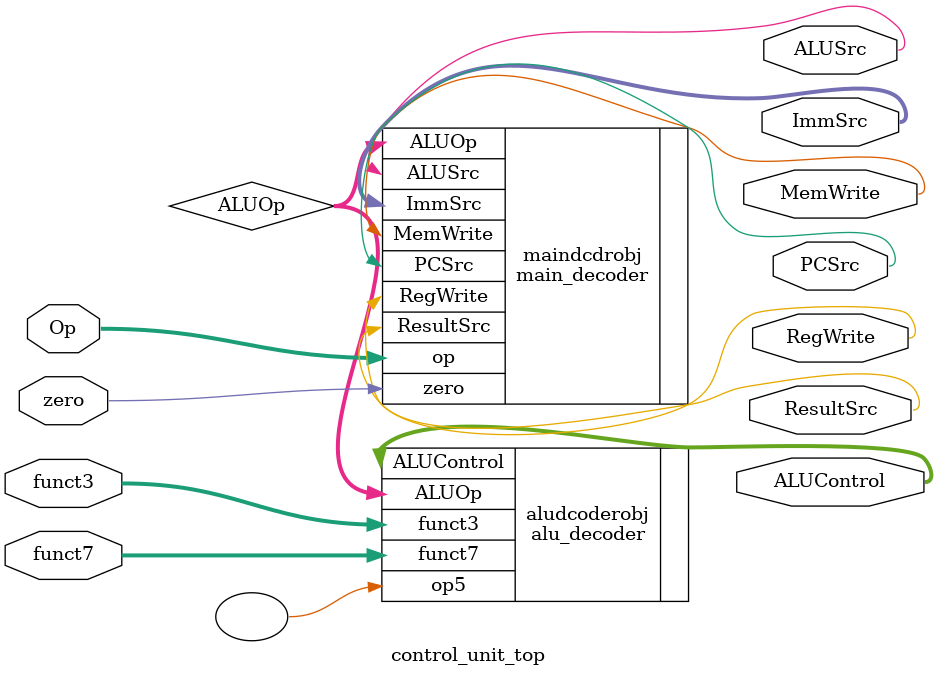
<source format=v>
`include "Alu_decoder.v"
`include "Main_Decoder.v"


module control_unit_top(PCSrc,ResultSrc,MemWrite,ALUControl,ALUSrc,ImmSrc,RegWrite,Op,funct3,funct7,zero);


input [3:0] funct3;
input [6:0] Op,funct7;
input zero;

output [1:0] ImmSrc;
output [2:0] ALUControl;
output RegWrite,ALUSrc,MemWrite,ResultSrc,PCSrc;

wire [1:0]ALUOp;

alu_decoder aludcoderobj(

    .ALUOp(ALUOp),
    .op5(),
    .funct3(funct3),
    .funct7(funct7),
    .ALUControl(ALUControl)

);
main_decoder maindcdrobj(

    .op(Op),
    .zero(zero),
    .RegWrite(RegWrite),
    .MemWrite(MemWrite),
    .ResultSrc(ResultSrc),
    .ALUSrc(ALUSrc),
    .ImmSrc(ImmSrc),
    .ALUOp(ALUOp),
    .PCSrc(PCSrc)
);


endmodule
</source>
